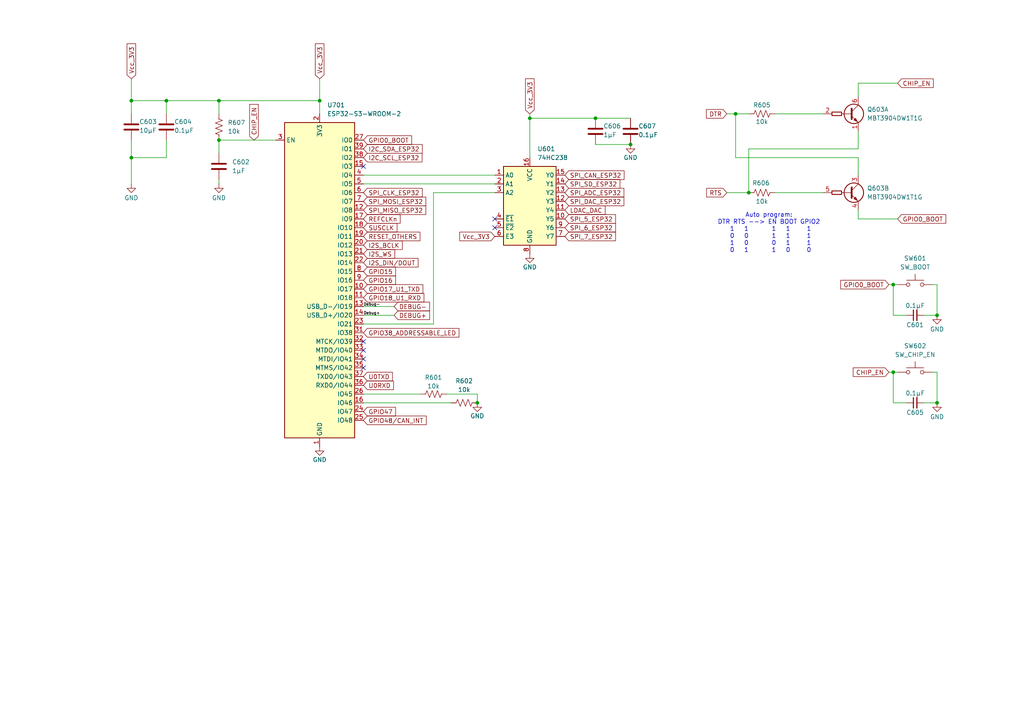
<source format=kicad_sch>
(kicad_sch (version 20231120) (generator "eeschema") (generator_version "8.0")
  (paper "A4")
  (lib_symbols
    (symbol "74xx:74HC238"
      (property "Reference" "U" (at -7.62 13.97 0))
      (property "Value" "74HC238" (at 2.54 -11.43 0))
      (symbol "74HC238_0_1"
        (rectangle (start -7.62 12.7) (end 7.62 -10.16) (stroke (width 0.254)) (fill (type background)))
      )
      (symbol "74HC238_1_1"
        (pin input line (at -10.16 10.16 0) (length 2.54) (name "A0") (number "1"))
        (pin output line (at 10.16 -2.54 180) (length 2.54) (name "Y5") (number "10"))
        (pin output line (at 10.16 0 180) (length 2.54) (name "Y4") (number "11"))
        (pin output line (at 10.16 2.54 180) (length 2.54) (name "Y3") (number "12"))
        (pin output line (at 10.16 5.08 180) (length 2.54) (name "Y2") (number "13"))
        (pin output line (at 10.16 7.62 180) (length 2.54) (name "Y1") (number "14"))
        (pin output line (at 10.16 10.16 180) (length 2.54) (name "Y0") (number "15"))
        (pin power_in line (at 0 15.24 270) (length 2.54) (name "VCC") (number "16"))
        (pin input line (at -10.16 7.62 0) (length 2.54) (name "A1") (number "2"))
        (pin input line (at -10.16 5.08 0) (length 2.54) (name "A2") (number "3"))
        (pin input line (at -10.16 -2.54 0) (length 2.54) (name "~{E1}") (number "4"))
        (pin input line (at -10.16 -5.08 0) (length 2.54) (name "~{E2}") (number "5"))
        (pin input line (at -10.16 -7.62 0) (length 2.54) (name "E3") (number "6"))
        (pin output line (at 10.16 -7.62 180) (length 2.54) (name "Y7") (number "7"))
        (pin power_in line (at 0 -12.7 90) (length 2.54) (name "GND") (number "8"))
        (pin output line (at 10.16 -5.08 180) (length 2.54) (name "Y6") (number "9"))
      )
    )
    (symbol "Device:C" (pin_numbers hide) (pin_names (offset 0.254))
      (property "Reference" "C" (at 0.635 2.54 0))
      (property "Value" "C" (at 0.635 -2.54 0))
      (symbol "C_0_1"
        (polyline (pts (xy -2.032 -0.762) (xy 2.032 -0.762)) (stroke (width 0.508)))
        (polyline (pts (xy -2.032 0.762) (xy 2.032 0.762)) (stroke (width 0.508)))
      )
      (symbol "C_1_1"
        (pin passive line (at 0 3.81 270) (length 2.794) (name "~") (number "1"))
        (pin passive line (at 0 -3.81 90) (length 2.794) (name "~") (number "2"))
      )
    )
    (symbol "Device:C_Small" (pin_numbers hide) (pin_names (offset 0.254) hide)
      (property "Reference" "C" (at 0.254 1.778 0))
      (property "Value" "C_Small" (at 0.254 -2.032 0))
      (symbol "C_Small_0_1"
        (polyline (pts (xy -1.524 -0.508) (xy 1.524 -0.508)) (stroke (width 0.3302)))
        (polyline (pts (xy -1.524 0.508) (xy 1.524 0.508)) (stroke (width 0.3048)))
      )
      (symbol "C_Small_1_1"
        (pin passive line (at 0 2.54 270) (length 2.032) (name "~") (number "1"))
        (pin passive line (at 0 -2.54 90) (length 2.032) (name "~") (number "2"))
      )
    )
    (symbol "Device:R_US" (pin_numbers hide) (pin_names (offset 0))
      (property "Reference" "R" (at 2.54 0 90))
      (property "Value" "R_US" (at -2.54 0 90))
      (symbol "R_US_0_1"
        (polyline (pts (xy 0 -2.286) (xy 0 -2.54)))
        (polyline (pts (xy 0 2.286) (xy 0 2.54)))
        (polyline (pts (xy 0 -0.762) (xy 1.016 -1.143) (xy 0 -1.524) (xy -1.016 -1.905) (xy 0 -2.286)))
        (polyline (pts (xy 0 0.762) (xy 1.016 0.381) (xy 0 0) (xy -1.016 -0.381) (xy 0 -0.762)))
        (polyline (pts (xy 0 2.286) (xy 1.016 1.905) (xy 0 1.524) (xy -1.016 1.143) (xy 0 0.762)))
      )
      (symbol "R_US_1_1"
        (pin passive line (at 0 3.81 270) (length 1.27) (name "~") (number "1"))
        (pin passive line (at 0 -3.81 90) (length 1.27) (name "~") (number "2"))
      )
    )
    (symbol "RF_Module:ESP32-S3-WROOM-2"
      (property "Reference" "U" (at -10.16 45.72 0))
      (property "Value" "ESP32-S3-WROOM-2" (at 2.54 45.72 0))
      (symbol "ESP32-S3-WROOM-2_0_1"
        (rectangle (start -10.16 45.72) (end 10.16 -45.72) (stroke (width 0.254)) (fill (type background)))
      )
      (symbol "ESP32-S3-WROOM-2_1_1"
        (pin power_in line (at 0 -48.26 90) (length 2.54) (name "GND") (number "1"))
        (pin bidirectional line (at 12.7 -2.54 180) (length 2.54) (name "IO17") (number "10"))
        (pin bidirectional line (at 12.7 -5.08 180) (length 2.54) (name "IO18") (number "11"))
        (pin bidirectional line (at 12.7 20.32 180) (length 2.54) (name "IO8") (number "12"))
        (pin bidirectional line (at 12.7 -7.62 180) (length 2.54) (name "USB_D-/IO19") (number "13"))
        (pin bidirectional line (at 12.7 -10.16 180) (length 2.54) (name "USB_D+/IO20") (number "14"))
        (pin bidirectional line (at 12.7 33.02 180) (length 2.54) (name "IO3") (number "15"))
        (pin bidirectional line (at 12.7 -35.56 180) (length 2.54) (name "IO46") (number "16"))
        (pin bidirectional line (at 12.7 17.78 180) (length 2.54) (name "IO9") (number "17"))
        (pin bidirectional line (at 12.7 15.24 180) (length 2.54) (name "IO10") (number "18"))
        (pin bidirectional line (at 12.7 12.7 180) (length 2.54) (name "IO11") (number "19"))
        (pin power_in line (at 0 48.26 270) (length 2.54) (name "3V3") (number "2"))
        (pin bidirectional line (at 12.7 10.16 180) (length 2.54) (name "IO12") (number "20"))
        (pin bidirectional line (at 12.7 7.62 180) (length 2.54) (name "IO13") (number "21"))
        (pin bidirectional line (at 12.7 5.08 180) (length 2.54) (name "IO14") (number "22"))
        (pin bidirectional line (at 12.7 -12.7 180) (length 2.54) (name "IO21") (number "23"))
        (pin bidirectional line (at 12.7 -38.1 180) (length 2.54) (name "IO47") (number "24"))
        (pin bidirectional line (at 12.7 -40.64 180) (length 2.54) (name "IO48") (number "25"))
        (pin bidirectional line (at 12.7 -33.02 180) (length 2.54) (name "IO45") (number "26"))
        (pin bidirectional line (at 12.7 40.64 180) (length 2.54) (name "IO0") (number "27"))
        (pin no_connect line (at -10.16 -35.56 0) (length 2.54) hide (name "NC") (number "28"))
        (pin no_connect line (at -10.16 -38.1 0) (length 2.54) hide (name "NC") (number "29"))
        (pin input line (at -12.7 40.64 0) (length 2.54) (name "EN") (number "3"))
        (pin no_connect line (at -10.16 -40.64 0) (length 2.54) hide (name "NC") (number "30"))
        (pin bidirectional line (at 12.7 -15.24 180) (length 2.54) (name "IO38") (number "31"))
        (pin bidirectional line (at 12.7 -17.78 180) (length 2.54) (name "MTCK/IO39") (number "32"))
        (pin bidirectional line (at 12.7 -20.32 180) (length 2.54) (name "MTDO/IO40") (number "33"))
        (pin bidirectional line (at 12.7 -22.86 180) (length 2.54) (name "MTDI/IO41") (number "34"))
        (pin bidirectional line (at 12.7 -25.4 180) (length 2.54) (name "MTMS/IO42") (number "35"))
        (pin bidirectional line (at 12.7 -30.48 180) (length 2.54) (name "RXD0/IO44") (number "36"))
        (pin bidirectional line (at 12.7 -27.94 180) (length 2.54) (name "TXD0/IO43") (number "37"))
        (pin bidirectional line (at 12.7 35.56 180) (length 2.54) (name "IO2") (number "38"))
        (pin bidirectional line (at 12.7 38.1 180) (length 2.54) (name "IO1") (number "39"))
        (pin bidirectional line (at 12.7 30.48 180) (length 2.54) (name "IO4") (number "4"))
        (pin passive line (at 0 -48.26 90) (length 2.54) hide (name "GND") (number "40"))
        (pin passive line (at 0 -48.26 90) (length 2.54) hide (name "GND") (number "41"))
        (pin bidirectional line (at 12.7 27.94 180) (length 2.54) (name "IO5") (number "5"))
        (pin bidirectional line (at 12.7 25.4 180) (length 2.54) (name "IO6") (number "6"))
        (pin bidirectional line (at 12.7 22.86 180) (length 2.54) (name "IO7") (number "7"))
        (pin bidirectional line (at 12.7 2.54 180) (length 2.54) (name "IO15") (number "8"))
        (pin bidirectional line (at 12.7 0 180) (length 2.54) (name "IO16") (number "9"))
      )
    )
    (symbol "Switch:SW_Push" (pin_numbers hide) (pin_names (offset 1.016) hide)
      (property "Reference" "SW" (at 1.27 2.54 0))
      (property "Value" "SW_Push" (at 0 -1.524 0))
      (symbol "SW_Push_0_1"
        (circle (center -2.032 0) (radius 0.508))
        (polyline (pts (xy 0 1.27) (xy 0 3.048)))
        (polyline (pts (xy 2.54 1.27) (xy -2.54 1.27)))
        (circle (center 2.032 0) (radius 0.508))
        (pin passive line (at -5.08 0 0) (length 2.54) (name "1") (number "1"))
        (pin passive line (at 5.08 0 180) (length 2.54) (name "2") (number "2"))
      )
    )
    (symbol "Transistor_BJT:UMH3N" (pin_names hide)
      (property "Reference" "Q" (at 7.62 1.27 0))
      (property "Value" "UMH3N" (at 7.62 -1.27 0))
      (symbol "UMH3N_0_1"
        (polyline (pts (xy 3.175 0) (xy 0.254 0)))
        (polyline (pts (xy 3.175 0.635) (xy 5.08 2.54)))
        (polyline (pts (xy 3.175 1.524) (xy 3.175 -1.524)) (stroke (width 0.508)))
        (polyline (pts (xy 3.175 -0.635) (xy 5.08 -2.54) (xy 5.08 -2.54)))
        (polyline (pts (xy 3.81 -1.778) (xy 4.318 -1.27) (xy 4.826 -2.286) (xy 3.81 -1.778) (xy 3.81 -1.778)) (fill (type outline)))
        (rectangle (start 0.254 0.508) (end -2.54 -0.508) (stroke (width 0.254)))
        (circle (center 3.81 0) (radius 2.8194) (stroke (width 0.254)))
      )
      (symbol "UMH3N_1_1"
        (pin passive line (at 5.08 -5.08 90) (length 2.54) (name "E1") (number "1"))
        (pin input line (at -5.08 0 0) (length 2.54) (name "B1") (number "2"))
        (pin passive line (at 5.08 5.08 270) (length 2.54) (name "C1") (number "6"))
      )
      (symbol "UMH3N_2_1"
        (pin passive line (at 5.08 5.08 270) (length 2.54) (name "C2") (number "3"))
        (pin passive line (at 5.08 -5.08 90) (length 2.54) (name "E2") (number "4"))
        (pin input line (at -5.08 0 0) (length 2.54) (name "B2") (number "5"))
      )
    )
    (symbol "power:GND" (power) (pin_numbers hide) (pin_names (offset 0) hide)
      (property "Value" "GND" (at 0 -3.81 0))
      (symbol "GND_0_1"
        (polyline (pts (xy 0 0) (xy 0 -1.27) (xy 1.27 -1.27) (xy 0 -2.54) (xy -1.27 -1.27) (xy 0 -1.27)))
      )
      (symbol "GND_1_1"
        (pin power_in line (at 0 0 270) (length 0) (name "~") (number "1"))
      )
    )
  )
  (junction (at 259.08 82.55))
  (junction (at 271.78 116.84))
  (junction (at 153.67 34.29))
  (junction (at 217.17 55.88))
  (junction (at 138.43 116.84))
  (junction (at 182.88 41.91))
  (junction (at 38.1 29.21))
  (junction (at 63.5 40.64))
  (junction (at 63.5 29.21))
  (junction (at 213.36 33.02))
  (junction (at 92.71 29.21))
  (junction (at 271.78 91.44))
  (junction (at 259.08 107.95))
  (junction (at 38.1 45.72))
  (junction (at 48.26 29.21))
  (junction (at 172.72 34.29))
  (no_connect (at 105.41 48.26))
  (no_connect (at 105.41 106.68))
  (no_connect (at 143.51 63.5))
  (no_connect (at 105.41 101.6))
  (no_connect (at 105.41 99.06))
  (no_connect (at 105.41 104.14))
  (no_connect (at 143.51 66.04))
  (wire (pts (xy 260.35 24.13) (xy 248.92 24.13)))
  (wire (pts (xy 271.78 116.84) (xy 271.78 107.95)))
  (wire (pts (xy 63.5 33.02) (xy 63.5 29.21)))
  (wire (pts (xy 153.67 34.29) (xy 153.67 45.72)))
  (wire (pts (xy 260.35 63.5) (xy 248.92 63.5)))
  (wire (pts (xy 125.73 55.88) (xy 143.51 55.88)))
  (wire (pts (xy 259.08 82.55) (xy 260.35 82.55)))
  (wire (pts (xy 38.1 45.72) (xy 38.1 53.34)))
  (wire (pts (xy 105.41 53.34) (xy 143.51 53.34)))
  (wire (pts (xy 105.41 114.3) (xy 121.92 114.3)))
  (wire (pts (xy 125.73 93.98) (xy 125.73 55.88)))
  (wire (pts (xy 48.26 40.64) (xy 48.26 45.72)))
  (wire (pts (xy 217.17 43.18) (xy 217.17 55.88)))
  (wire (pts (xy 248.92 43.18) (xy 217.17 43.18)))
  (wire (pts (xy 262.89 91.44) (xy 259.08 91.44)))
  (wire (pts (xy 38.1 45.72) (xy 48.26 45.72)))
  (wire (pts (xy 48.26 29.21) (xy 38.1 29.21)))
  (wire (pts (xy 172.72 34.29) (xy 182.88 34.29)))
  (wire (pts (xy 257.81 107.95) (xy 259.08 107.95)))
  (wire (pts (xy 259.08 107.95) (xy 260.35 107.95)))
  (wire (pts (xy 38.1 40.64) (xy 38.1 45.72)))
  (wire (pts (xy 248.92 38.1) (xy 248.92 43.18)))
  (wire (pts (xy 257.81 82.55) (xy 259.08 82.55)))
  (wire (pts (xy 38.1 22.86) (xy 38.1 29.21)))
  (wire (pts (xy 138.43 114.3) (xy 138.43 116.84)))
  (wire (pts (xy 224.79 55.88) (xy 238.76 55.88)))
  (wire (pts (xy 63.5 53.34) (xy 63.5 52.07)))
  (wire (pts (xy 114.3 88.9) (xy 105.41 88.9)))
  (wire (pts (xy 105.41 116.84) (xy 130.81 116.84)))
  (wire (pts (xy 271.78 91.44) (xy 271.78 82.55)))
  (wire (pts (xy 129.54 114.3) (xy 138.43 114.3)))
  (wire (pts (xy 248.92 50.8) (xy 248.92 45.72)))
  (wire (pts (xy 63.5 29.21) (xy 92.71 29.21)))
  (wire (pts (xy 105.41 50.8) (xy 143.51 50.8)))
  (wire (pts (xy 259.08 82.55) (xy 259.08 91.44)))
  (wire (pts (xy 92.71 22.86) (xy 92.71 29.21)))
  (wire (pts (xy 213.36 45.72) (xy 213.36 33.02)))
  (wire (pts (xy 114.3 91.44) (xy 105.41 91.44)))
  (wire (pts (xy 38.1 29.21) (xy 38.1 33.02)))
  (wire (pts (xy 92.71 29.21) (xy 92.71 33.02)))
  (wire (pts (xy 248.92 24.13) (xy 248.92 27.94)))
  (wire (pts (xy 259.08 107.95) (xy 259.08 116.84)))
  (wire (pts (xy 48.26 29.21) (xy 63.5 29.21)))
  (wire (pts (xy 262.89 116.84) (xy 259.08 116.84)))
  (wire (pts (xy 172.72 41.91) (xy 182.88 41.91)))
  (wire (pts (xy 48.26 29.21) (xy 48.26 33.02)))
  (wire (pts (xy 248.92 63.5) (xy 248.92 60.96)))
  (wire (pts (xy 271.78 82.55) (xy 270.51 82.55)))
  (wire (pts (xy 63.5 40.64) (xy 63.5 44.45)))
  (wire (pts (xy 224.79 33.02) (xy 238.76 33.02)))
  (wire (pts (xy 105.41 93.98) (xy 125.73 93.98)))
  (wire (pts (xy 63.5 40.64) (xy 80.01 40.64)))
  (wire (pts (xy 248.92 45.72) (xy 213.36 45.72)))
  (wire (pts (xy 213.36 33.02) (xy 217.17 33.02)))
  (wire (pts (xy 210.82 55.88) (xy 217.17 55.88)))
  (wire (pts (xy 271.78 107.95) (xy 270.51 107.95)))
  (wire (pts (xy 153.67 34.29) (xy 172.72 34.29)))
  (wire (pts (xy 267.97 116.84) (xy 271.78 116.84)))
  (wire (pts (xy 267.97 91.44) (xy 271.78 91.44)))
  (wire (pts (xy 153.67 33.02) (xy 153.67 34.29)))
  (wire (pts (xy 210.82 33.02) (xy 213.36 33.02)))
  (text "Auto program:\nDTR RTS --> EN BOOT GPIO2\n 1   1       1   1     1\n 0   0       1   1     1\n 1   0       0   1     1\n 0   1       1   0     0" (at 223.012 67.564 0) (effects (font (size 1.27 1.27))))
  (label "Debug-" (at 105.41 88.9 0) (effects (font (size 0.8 0.8))))
  (label "Debug+" (at 105.41 91.44 0) (effects (font (size 0.8 0.8))))
  (global_label "RESET_OTHERS" (shape input) (at 105.41 68.58 0) (property "Intersheetrefs" "${INTERSHEET_REFS}" (effects (hide yes))))
  (global_label "DEBUG-" (shape input) (at 114.3 88.9 0) (property "Intersheetrefs" "${INTERSHEET_REFS}" (effects (hide yes))))
  (global_label "Vcc_3V3" (shape input) (at 153.67 33.02 90) (property "Intersheetrefs" "${INTERSHEET_REFS}" (effects (hide yes))))
  (global_label "GPIO0_BOOT" (shape input) (at 105.41 40.64 0) (property "Intersheetrefs" "${INTERSHEET_REFS}" (effects (hide yes))))
  (global_label "GPIO16" (shape input) (at 105.41 81.28 0) (property "Intersheetrefs" "${INTERSHEET_REFS}" (effects (hide yes))))
  (global_label "SPI_SD_ESP32" (shape input) (at 163.83 53.34 0) (property "Intersheetrefs" "${INTERSHEET_REFS}" (effects (hide yes))))
  (global_label "GPIO0_BOOT" (shape input) (at 257.81 82.55 180) (property "Intersheetrefs" "${INTERSHEET_REFS}" (effects (hide yes))))
  (global_label "SUSCLK" (shape input) (at 105.41 66.04 0) (property "Intersheetrefs" "${INTERSHEET_REFS}" (effects (hide yes))))
  (global_label "SPI_7_ESP32" (shape input) (at 163.83 68.58 0) (property "Intersheetrefs" "${INTERSHEET_REFS}" (effects (hide yes))))
  (global_label "GPIO38_ADDRESSABLE_LED" (shape input) (at 105.41 96.52 0) (property "Intersheetrefs" "${INTERSHEET_REFS}" (effects (hide yes))))
  (global_label "I2S_DIN{slash}DOUT" (shape input) (at 105.41 76.2 0) (property "Intersheetrefs" "${INTERSHEET_REFS}" (effects (hide yes))))
  (global_label "U0TXD" (shape input) (at 105.41 109.22 0) (property "Intersheetrefs" "${INTERSHEET_REFS}" (effects (hide yes))))
  (global_label "SPI_6_ESP32" (shape input) (at 163.83 66.04 0) (property "Intersheetrefs" "${INTERSHEET_REFS}" (effects (hide yes))))
  (global_label "I2S_BCLK" (shape input) (at 105.41 71.12 0) (property "Intersheetrefs" "${INTERSHEET_REFS}" (effects (hide yes))))
  (global_label "LDAC_DAC" (shape input) (at 163.83 60.96 0) (property "Intersheetrefs" "${INTERSHEET_REFS}" (effects (hide yes))))
  (global_label "CHIP_EN" (shape input) (at 260.35 24.13 0) (property "Intersheetrefs" "${INTERSHEET_REFS}" (effects (hide yes))))
  (global_label "SPI_MISO_ESP32" (shape input) (at 105.41 60.96 0) (property "Intersheetrefs" "${INTERSHEET_REFS}" (effects (hide yes))))
  (global_label "GPIO0_BOOT" (shape input) (at 260.35 63.5 0) (property "Intersheetrefs" "${INTERSHEET_REFS}" (effects (hide yes))))
  (global_label "GPIO47" (shape input) (at 105.41 119.38 0) (property "Intersheetrefs" "${INTERSHEET_REFS}" (effects (hide yes))))
  (global_label "RTS" (shape input) (at 210.82 55.88 180) (property "Intersheetrefs" "${INTERSHEET_REFS}" (effects (hide yes))))
  (global_label "SPI_CLK_ESP32" (shape input) (at 105.41 55.88 0) (property "Intersheetrefs" "${INTERSHEET_REFS}" (effects (hide yes))))
  (global_label "I2C_SCL_ESP32" (shape input) (at 105.41 45.72 0) (property "Intersheetrefs" "${INTERSHEET_REFS}" (effects (hide yes))))
  (global_label "SPI_MOSI_ESP32" (shape input) (at 105.41 58.42 0) (property "Intersheetrefs" "${INTERSHEET_REFS}" (effects (hide yes))))
  (global_label "CHIP_EN" (shape input) (at 73.66 40.64 90) (property "Intersheetrefs" "${INTERSHEET_REFS}" (effects (hide yes))))
  (global_label "DEBUG+" (shape input) (at 114.3 91.44 0) (property "Intersheetrefs" "${INTERSHEET_REFS}" (effects (hide yes))))
  (global_label "GPIO18_U1_RXD" (shape input) (at 105.41 86.36 0) (property "Intersheetrefs" "${INTERSHEET_REFS}" (effects (hide yes))))
  (global_label "Vcc_3V3" (shape input) (at 38.1 22.86 90) (property "Intersheetrefs" "${INTERSHEET_REFS}" (effects (hide yes))))
  (global_label "GPIO17_U1_TXD" (shape input) (at 105.41 83.82 0) (property "Intersheetrefs" "${INTERSHEET_REFS}" (effects (hide yes))))
  (global_label "DTR" (shape input) (at 210.82 33.02 180) (property "Intersheetrefs" "${INTERSHEET_REFS}" (effects (hide yes))))
  (global_label "CHIP_EN" (shape input) (at 257.81 107.95 180) (property "Intersheetrefs" "${INTERSHEET_REFS}" (effects (hide yes))))
  (global_label "SPI_DAC_ESP32" (shape input) (at 163.83 58.42 0) (property "Intersheetrefs" "${INTERSHEET_REFS}" (effects (hide yes))))
  (global_label "I2C_SDA_ESP32" (shape input) (at 105.41 43.18 0) (property "Intersheetrefs" "${INTERSHEET_REFS}" (effects (hide yes))))
  (global_label "I2S_WS" (shape input) (at 105.41 73.66 0) (property "Intersheetrefs" "${INTERSHEET_REFS}" (effects (hide yes))))
  (global_label "SPI_5_ESP32" (shape input) (at 163.83 63.5 0) (property "Intersheetrefs" "${INTERSHEET_REFS}" (effects (hide yes))))
  (global_label "GPIO15" (shape input) (at 105.41 78.74 0) (property "Intersheetrefs" "${INTERSHEET_REFS}" (effects (hide yes))))
  (global_label "GPIO48{slash}CAN_INT" (shape input) (at 105.41 121.92 0) (property "Intersheetrefs" "${INTERSHEET_REFS}" (effects (hide yes))))
  (global_label "SPI_ADC_ESP32" (shape input) (at 163.83 55.88 0) (property "Intersheetrefs" "${INTERSHEET_REFS}" (effects (hide yes))))
  (global_label "SPI_CAN_ESP32" (shape input) (at 163.83 50.8 0) (property "Intersheetrefs" "${INTERSHEET_REFS}" (effects (hide yes))))
  (global_label "REFCLKn" (shape input) (at 105.41 63.5 0) (property "Intersheetrefs" "${INTERSHEET_REFS}" (effects (hide yes))))
  (global_label "Vcc_3V3" (shape input) (at 143.51 68.58 180) (property "Intersheetrefs" "${INTERSHEET_REFS}" (effects (hide yes))))
  (global_label "Vcc_3V3" (shape input) (at 92.71 22.86 90) (property "Intersheetrefs" "${INTERSHEET_REFS}" (effects (hide yes))))
  (global_label "U0RXD" (shape input) (at 105.41 111.76 0) (property "Intersheetrefs" "${INTERSHEET_REFS}" (effects (hide yes))))
  (symbol (lib_id "RF_Module:ESP32-S3-WROOM-2") (at 92.71 81.28 0) (unit 1)
    (property "Reference" "U701" (at 94.9041 30.48 0) (effects (justify left)))
    (property "Value" "ESP32-S3-WROOM-2" (at 94.9041 33.02 0) (effects (justify left)))
    (property "Footprint" "RF_Module:ESP32-S3-WROOM-2" (effects (hide yes)))
    (property "Datasheet" "https://www.espressif.com/sites/default/files/documentation/esp32-s3-wroom-2_datasheet_en.pdf" (effects (hide yes)))
    (property "Description" "RF Module, 2.4 GHz, Wi­-Fi, Bluetooth, BLE, ESP32­-S3R8V" (effects (hide yes)))
  )
  (symbol (lib_id "power:GND") (at 63.5 53.34 0) (unit 1)
    (property "Reference" "#PWR0604" (effects (hide yes)))
    (property "Value" "GND" (at 63.5 57.404 0))
    (property "Description" "Power symbol creates a global label with name \"GND\" , ground" (effects (hide yes)))
  )
  (symbol (lib_id "Device:C_Small") (at 265.43 91.44 90) (unit 1)
    (property "Reference" "C601" (at 265.43 94.234 90))
    (property "Value" "0.1µF" (at 265.43 88.646 90))
    (property "Footprint" "Resistor_SMD:R_0805_2012Metric" (effects (hide yes)))
    (property "Description" "Unpolarized capacitor, small symbol" (effects (hide yes)))
  )
  (symbol (lib_id "Device:R_US") (at 220.98 33.02 90) (unit 1)
    (property "Reference" "R605" (at 220.98 30.48 90))
    (property "Value" "10k" (at 220.98 35.306 90))
    (property "Footprint" "Resistor_SMD:R_0805_2012Metric" (effects (hide yes)))
    (property "Description" "Resistor, US symbol" (effects (hide yes)))
  )
  (symbol (lib_id "Device:R_US") (at 220.98 55.88 90) (unit 1)
    (property "Reference" "R606" (at 220.726 53.086 90))
    (property "Value" "10k" (at 220.98 58.42 90))
    (property "Footprint" "Resistor_SMD:R_0805_2012Metric" (effects (hide yes)))
    (property "Description" "Resistor, US symbol" (effects (hide yes)))
  )
  (symbol (lib_id "power:GND") (at 92.71 129.54 0) (unit 1)
    (property "Reference" "#PWR0602" (effects (hide yes)))
    (property "Value" "GND" (at 92.71 133.35 0))
    (property "Description" "Power symbol creates a global label with name \"GND\" , ground" (effects (hide yes)))
  )
  (symbol (lib_id "power:GND") (at 271.78 91.44 0) (unit 1)
    (property "Reference" "#PWR0603" (effects (hide yes)))
    (property "Value" "GND" (at 271.78 95.504 0))
    (property "Description" "Power symbol creates a global label with name \"GND\" , ground" (effects (hide yes)))
  )
  (symbol (lib_id "Device:R_US") (at 134.62 116.84 90) (unit 1)
    (property "Reference" "R602" (at 134.62 110.49 90))
    (property "Value" "10k" (at 134.62 113.03 90))
    (property "Footprint" "Resistor_SMD:R_0805_2012Metric" (effects (hide yes)))
    (property "Description" "Resistor, US symbol" (effects (hide yes)))
  )
  (symbol (lib_id "Device:C") (at 182.88 38.1 0) (unit 1)
    (property "Reference" "C607" (at 185.166 36.576 0) (effects (justify left)))
    (property "Value" "0.1µF" (at 185.166 39.116 0) (effects (justify left)))
    (property "Footprint" "Resistor_SMD:R_0805_2012Metric" (effects (hide yes)))
    (property "Description" "Unpolarized capacitor" (effects (hide yes)))
  )
  (symbol (lib_id "Device:R_US") (at 125.73 114.3 90) (unit 1)
    (property "Reference" "R601" (at 125.73 109.474 90))
    (property "Value" "10k" (at 125.73 112.014 90))
    (property "Footprint" "Resistor_SMD:R_0805_2012Metric" (effects (hide yes)))
    (property "Description" "Resistor, US symbol" (effects (hide yes)))
  )
  (symbol (lib_id "power:GND") (at 271.78 116.84 0) (unit 1)
    (property "Reference" "#PWR0606" (effects (hide yes)))
    (property "Value" "GND" (at 271.78 120.904 0))
    (property "Description" "Power symbol creates a global label with name \"GND\" , ground" (effects (hide yes)))
  )
  (symbol (lib_id "Device:C_Small") (at 265.43 116.84 90) (unit 1)
    (property "Reference" "C605" (at 265.43 119.634 90))
    (property "Value" "0.1µF" (at 265.43 114.046 90))
    (property "Footprint" "Resistor_SMD:R_0805_2012Metric" (effects (hide yes)))
    (property "Description" "Unpolarized capacitor, small symbol" (effects (hide yes)))
  )
  (symbol (lib_id "Switch:SW_Push") (at 265.43 82.55 0) (unit 1)
    (property "Reference" "SW601" (at 265.43 74.93 0))
    (property "Value" "SW_BOOT" (at 265.43 77.47 0))
    (property "Footprint" "Button_Switch_SMD:SW_DIP_SPSTx01_Slide_6.7x4.1mm_W6.73mm_P2.54mm_LowProfile_JPin" (effects (hide yes)))
    (property "Description" "Push button switch, generic, two pins" (effects (hide yes)))
  )
  (symbol (lib_id "74xx:74HC238") (at 153.67 60.96 0) (unit 1)
    (property "Reference" "U601" (at 155.8641 43.18 0) (effects (justify left)))
    (property "Value" "74HC238" (at 155.8641 45.72 0) (effects (justify left)))
    (property "Footprint" "Package_SO:SOIC-16_3.9x9.9mm_P1.27mm" (effects (hide yes)))
    (property "Datasheet" "https://www.ti.com/lit/ds/symlink/cd74hc238.pdf" (effects (hide yes)))
    (property "Description" "3-to-8 line decoder/multiplexer, DIP-16/SOIC-16/SSOP-16" (effects (hide yes)))
  )
  (symbol (lib_id "Device:C") (at 172.72 38.1 0) (unit 1)
    (property "Reference" "C606" (at 175.006 36.576 0) (effects (justify left)))
    (property "Value" "1µF" (at 175.006 39.116 0) (effects (justify left)))
    (property "Footprint" "Resistor_SMD:R_0805_2012Metric" (effects (hide yes)))
    (property "Description" "Unpolarized capacitor" (effects (hide yes)))
  )
  (symbol (lib_id "power:GND") (at 153.67 73.66 0) (unit 1)
    (property "Reference" "#PWR0607" (effects (hide yes)))
    (property "Value" "GND" (at 153.67 77.47 0))
    (property "Description" "Power symbol creates a global label with name \"GND\" , ground" (effects (hide yes)))
  )
  (symbol (lib_id "Device:R_US") (at 63.5 36.83 0) (unit 1)
    (property "Reference" "R607" (at 66.04 35.5599 0) (effects (justify left)))
    (property "Value" "10k" (at 66.04 38.0999 0) (effects (justify left)))
    (property "Footprint" "Resistor_SMD:R_0805_2012Metric" (effects (hide yes)))
    (property "Description" "Resistor, US symbol" (effects (hide yes)))
  )
  (symbol (lib_id "Switch:SW_Push") (at 265.43 107.95 0) (unit 1)
    (property "Reference" "SW602" (at 265.43 100.33 0))
    (property "Value" "SW_CHIP_EN" (at 265.43 102.87 0))
    (property "Footprint" "Button_Switch_SMD:SW_DIP_SPSTx01_Slide_6.7x4.1mm_W6.73mm_P2.54mm_LowProfile_JPin" (effects (hide yes)))
    (property "Description" "Push button switch, generic, two pins" (effects (hide yes)))
  )
  (symbol (lib_id "Device:C") (at 38.1 36.83 0) (unit 1)
    (property "Reference" "C603" (at 40.386 35.306 0) (effects (justify left)))
    (property "Value" "10µF" (at 40.386 37.846 0) (effects (justify left)))
    (property "Footprint" "Resistor_SMD:R_0805_2012Metric" (effects (hide yes)))
    (property "Description" "Unpolarized capacitor" (effects (hide yes)))
  )
  (symbol (lib_id "power:GND") (at 138.43 116.84 0) (unit 1)
    (property "Reference" "#PWR0601" (effects (hide yes)))
    (property "Value" "GND" (at 138.43 120.65 0))
    (property "Description" "Power symbol creates a global label with name \"GND\" , ground" (effects (hide yes)))
  )
  (symbol (lib_id "power:GND") (at 182.88 41.91 0) (unit 1)
    (property "Reference" "#PWR0608" (effects (hide yes)))
    (property "Value" "GND" (at 182.88 45.72 0))
    (property "Description" "Power symbol creates a global label with name \"GND\" , ground" (effects (hide yes)))
  )
  (symbol (lib_id "Device:C") (at 63.5 48.26 0) (unit 1)
    (property "Reference" "C602" (at 67.31 46.9899 0) (effects (justify left)))
    (property "Value" "1µF" (at 67.31 49.5299 0) (effects (justify left)))
    (property "Footprint" "Resistor_SMD:R_0805_2012Metric" (effects (hide yes)))
    (property "Description" "Unpolarized capacitor" (effects (hide yes)))
  )
  (symbol (lib_id "Transistor_BJT:UMH3N") (at 243.84 55.88 0) (unit 2)
    (property "Reference" "Q603" (at 251.46 54.6099 0) (effects (justify left)))
    (property "Value" "MBT3904DW1T1G" (at 251.46 57.1499 0) (effects (justify left)))
    (property "Footprint" "Package_TO_SOT_SMD:SOT-363_SC-70-6" (effects (hide yes)))
    (property "Datasheet" "http://rohmfs.rohm.com/en/products/databook/datasheet/discrete/transistor/digital/emh3t2r-e.pdf" (effects (hide yes)))
    (property "Description" "0.1A Ic, 50V Vce, Dual NPN Input Resistor Transistors, SOT-363" (effects (hide yes)))
  )
  (symbol (lib_id "Transistor_BJT:UMH3N") (at 243.84 33.02 0) (unit 1)
    (property "Reference" "Q603" (at 251.46 31.7499 0) (effects (justify left)))
    (property "Value" "MBT3904DW1T1G" (at 251.46 34.2899 0) (effects (justify left)))
    (property "Footprint" "Package_TO_SOT_SMD:SOT-363_SC-70-6" (effects (hide yes)))
    (property "Datasheet" "http://rohmfs.rohm.com/en/products/databook/datasheet/discrete/transistor/digital/emh3t2r-e.pdf" (effects (hide yes)))
    (property "Description" "0.1A Ic, 50V Vce, Dual NPN Input Resistor Transistors, SOT-363" (effects (hide yes)))
  )
  (symbol (lib_id "Device:C") (at 48.26 36.83 0) (unit 1)
    (property "Reference" "C604" (at 50.546 35.306 0) (effects (justify left)))
    (property "Value" "0.1µF" (at 50.546 37.846 0) (effects (justify left)))
    (property "Footprint" "Resistor_SMD:R_0805_2012Metric" (effects (hide yes)))
    (property "Description" "Unpolarized capacitor" (effects (hide yes)))
  )
  (symbol (lib_id "power:GND") (at 38.1 53.34 0) (unit 1)
    (property "Reference" "#PWR0605" (effects (hide yes)))
    (property "Value" "GND" (at 38.1 57.404 0))
    (property "Description" "Power symbol creates a global label with name \"GND\" , ground" (effects (hide yes)))
  )
)
</source>
